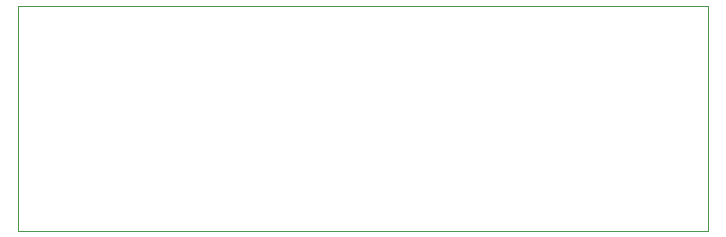
<source format=gm1>
G04 #@! TF.GenerationSoftware,KiCad,Pcbnew,(6.0.7)*
G04 #@! TF.CreationDate,2023-06-30T09:59:30-07:00*
G04 #@! TF.ProjectId,PT Board Ground Systems,50542042-6f61-4726-9420-47726f756e64,rev?*
G04 #@! TF.SameCoordinates,Original*
G04 #@! TF.FileFunction,Profile,NP*
%FSLAX46Y46*%
G04 Gerber Fmt 4.6, Leading zero omitted, Abs format (unit mm)*
G04 Created by KiCad (PCBNEW (6.0.7)) date 2023-06-30 09:59:30*
%MOMM*%
%LPD*%
G01*
G04 APERTURE LIST*
G04 #@! TA.AperFunction,Profile*
%ADD10C,0.100000*%
G04 #@! TD*
G04 APERTURE END LIST*
D10*
X25400000Y-25400000D02*
X83820000Y-25400000D01*
X83820000Y-25400000D02*
X83820000Y-44450000D01*
X83820000Y-44450000D02*
X25400000Y-44450000D01*
X25400000Y-44450000D02*
X25400000Y-25400000D01*
M02*

</source>
